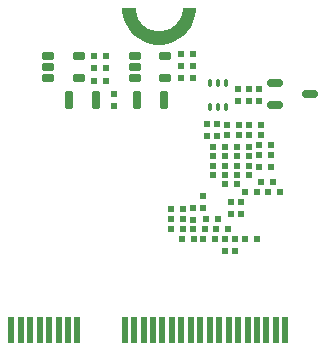
<source format=gbp>
G04*
G04 #@! TF.GenerationSoftware,Altium Limited,Altium Designer,20.0.1 (14)*
G04*
G04 Layer_Color=128*
%FSLAX25Y25*%
%MOIN*%
G70*
G01*
G75*
G04:AMPARAMS|DCode=16|XSize=43.31mil|YSize=23.62mil|CornerRadius=3.54mil|HoleSize=0mil|Usage=FLASHONLY|Rotation=0.000|XOffset=0mil|YOffset=0mil|HoleType=Round|Shape=RoundedRectangle|*
%AMROUNDEDRECTD16*
21,1,0.04331,0.01654,0,0,0.0*
21,1,0.03622,0.02362,0,0,0.0*
1,1,0.00709,0.01811,-0.00827*
1,1,0.00709,-0.01811,-0.00827*
1,1,0.00709,-0.01811,0.00827*
1,1,0.00709,0.01811,0.00827*
%
%ADD16ROUNDEDRECTD16*%
G04:AMPARAMS|DCode=19|XSize=20mil|YSize=20mil|CornerRadius=3mil|HoleSize=0mil|Usage=FLASHONLY|Rotation=0.000|XOffset=0mil|YOffset=0mil|HoleType=Round|Shape=RoundedRectangle|*
%AMROUNDEDRECTD19*
21,1,0.02000,0.01400,0,0,0.0*
21,1,0.01400,0.02000,0,0,0.0*
1,1,0.00600,0.00700,-0.00700*
1,1,0.00600,-0.00700,-0.00700*
1,1,0.00600,-0.00700,0.00700*
1,1,0.00600,0.00700,0.00700*
%
%ADD19ROUNDEDRECTD19*%
G04:AMPARAMS|DCode=20|XSize=20mil|YSize=20mil|CornerRadius=3mil|HoleSize=0mil|Usage=FLASHONLY|Rotation=270.000|XOffset=0mil|YOffset=0mil|HoleType=Round|Shape=RoundedRectangle|*
%AMROUNDEDRECTD20*
21,1,0.02000,0.01400,0,0,270.0*
21,1,0.01400,0.02000,0,0,270.0*
1,1,0.00600,-0.00700,-0.00700*
1,1,0.00600,-0.00700,0.00700*
1,1,0.00600,0.00700,0.00700*
1,1,0.00600,0.00700,-0.00700*
%
%ADD20ROUNDEDRECTD20*%
G04:AMPARAMS|DCode=23|XSize=27.56mil|YSize=59.06mil|CornerRadius=4.13mil|HoleSize=0mil|Usage=FLASHONLY|Rotation=0.000|XOffset=0mil|YOffset=0mil|HoleType=Round|Shape=RoundedRectangle|*
%AMROUNDEDRECTD23*
21,1,0.02756,0.05079,0,0,0.0*
21,1,0.01929,0.05906,0,0,0.0*
1,1,0.00827,0.00965,-0.02539*
1,1,0.00827,-0.00965,-0.02539*
1,1,0.00827,-0.00965,0.02539*
1,1,0.00827,0.00965,0.02539*
%
%ADD23ROUNDEDRECTD23*%
G04:AMPARAMS|DCode=24|XSize=27.56mil|YSize=59.06mil|CornerRadius=4.13mil|HoleSize=0mil|Usage=FLASHONLY|Rotation=0.000|XOffset=0mil|YOffset=0mil|HoleType=Round|Shape=RoundedRectangle|*
%AMROUNDEDRECTD24*
21,1,0.02756,0.05079,0,0,0.0*
21,1,0.01929,0.05906,0,0,0.0*
1,1,0.00827,0.00965,-0.02539*
1,1,0.00827,-0.00965,-0.02539*
1,1,0.00827,-0.00965,0.02539*
1,1,0.00827,0.00965,0.02539*
%
%ADD24ROUNDEDRECTD24*%
%ADD28R,0.02362X0.09055*%
G04:AMPARAMS|DCode=29|XSize=24mil|YSize=16mil|CornerRadius=4mil|HoleSize=0mil|Usage=FLASHONLY|Rotation=270.000|XOffset=0mil|YOffset=0mil|HoleType=Round|Shape=RoundedRectangle|*
%AMROUNDEDRECTD29*
21,1,0.02400,0.00800,0,0,270.0*
21,1,0.01600,0.01600,0,0,270.0*
1,1,0.00800,-0.00400,-0.00800*
1,1,0.00800,-0.00400,0.00800*
1,1,0.00800,0.00400,0.00800*
1,1,0.00800,0.00400,-0.00800*
%
%ADD29ROUNDEDRECTD29*%
G04:AMPARAMS|DCode=30|XSize=23.62mil|YSize=51.18mil|CornerRadius=5.91mil|HoleSize=0mil|Usage=FLASHONLY|Rotation=90.000|XOffset=0mil|YOffset=0mil|HoleType=Round|Shape=RoundedRectangle|*
%AMROUNDEDRECTD30*
21,1,0.02362,0.03937,0,0,90.0*
21,1,0.01181,0.05118,0,0,90.0*
1,1,0.01181,0.01968,0.00591*
1,1,0.01181,0.01968,-0.00591*
1,1,0.01181,-0.01968,-0.00591*
1,1,0.01181,-0.01968,0.00591*
%
%ADD30ROUNDEDRECTD30*%
G36*
X67249Y111948D02*
X66947Y110044D01*
X66351Y108210D01*
X65476Y106492D01*
X64343Y104932D01*
X62980Y103569D01*
X61420Y102436D01*
X59702Y101560D01*
X57868Y100965D01*
X55964Y100663D01*
X54036D01*
X52132Y100965D01*
X50298Y101560D01*
X48580Y102436D01*
X47020Y103569D01*
X45657Y104932D01*
X44524Y106492D01*
X43649Y108210D01*
X43053Y110044D01*
X42751Y111948D01*
Y112912D01*
X47126D01*
X47164Y112140D01*
X47465Y110626D01*
X48056Y109200D01*
X48913Y107917D01*
X50005Y106825D01*
X51288Y105967D01*
X52714Y105377D01*
X54228Y105076D01*
X55772D01*
X57286Y105377D01*
X58712Y105967D01*
X59995Y106825D01*
X61087Y107917D01*
X61944Y109200D01*
X62535Y110626D01*
X62836Y112140D01*
X62874Y112912D01*
X67249D01*
Y111948D01*
D02*
G37*
D16*
X46815Y89372D02*
D03*
Y93112D02*
D03*
Y96852D02*
D03*
X57051D02*
D03*
Y89372D02*
D03*
X18015D02*
D03*
Y93112D02*
D03*
Y96852D02*
D03*
X28251D02*
D03*
Y89372D02*
D03*
D19*
X72933Y66612D02*
D03*
X76933D02*
D03*
X69733Y35912D02*
D03*
X73733D02*
D03*
X91233Y51512D02*
D03*
X95233D02*
D03*
X92933Y54812D02*
D03*
X88933D02*
D03*
X81633Y70612D02*
D03*
X77633D02*
D03*
X76933Y63412D02*
D03*
X72933D02*
D03*
X84833Y73812D02*
D03*
X88833D02*
D03*
X81633D02*
D03*
X77633D02*
D03*
X87533Y35812D02*
D03*
X83533D02*
D03*
X84933Y63412D02*
D03*
X80933D02*
D03*
X66333Y89412D02*
D03*
X62333D02*
D03*
X33333Y88612D02*
D03*
X37333D02*
D03*
X88433Y67312D02*
D03*
X92433D02*
D03*
X80933Y60312D02*
D03*
X84933D02*
D03*
X80933Y57212D02*
D03*
X84933D02*
D03*
X80933Y66612D02*
D03*
X84933D02*
D03*
X84833Y70612D02*
D03*
X88833D02*
D03*
X78033Y39112D02*
D03*
X74033D02*
D03*
X66533Y35912D02*
D03*
X62533D02*
D03*
X72933Y60312D02*
D03*
X76933D02*
D03*
X72933Y57212D02*
D03*
X76933D02*
D03*
X80897Y54218D02*
D03*
X76897D02*
D03*
X74533Y42412D02*
D03*
X70533D02*
D03*
X62933D02*
D03*
X58933D02*
D03*
X62933Y45812D02*
D03*
X58933D02*
D03*
Y39112D02*
D03*
X62933D02*
D03*
X66433D02*
D03*
X70433D02*
D03*
X83733Y51512D02*
D03*
X87733D02*
D03*
D20*
X84833Y86012D02*
D03*
Y82012D02*
D03*
X81433D02*
D03*
Y86012D02*
D03*
X66333Y97512D02*
D03*
Y93512D02*
D03*
X82333Y44112D02*
D03*
Y48112D02*
D03*
X62333Y97512D02*
D03*
Y93512D02*
D03*
X37233Y96812D02*
D03*
Y92812D02*
D03*
X33433Y96812D02*
D03*
Y92812D02*
D03*
X88433Y59862D02*
D03*
Y63862D02*
D03*
X70833Y74112D02*
D03*
Y70112D02*
D03*
X88233Y82012D02*
D03*
Y86012D02*
D03*
X39833Y80312D02*
D03*
Y84312D02*
D03*
X92433Y63812D02*
D03*
Y59812D02*
D03*
X74133Y74112D02*
D03*
Y70112D02*
D03*
X76833Y31812D02*
D03*
Y35812D02*
D03*
X80433Y31812D02*
D03*
Y35812D02*
D03*
X69444Y50317D02*
D03*
Y46317D02*
D03*
X66426Y42307D02*
D03*
Y46306D02*
D03*
X78897Y48082D02*
D03*
Y44082D02*
D03*
D23*
X47605Y82312D02*
D03*
X25005D02*
D03*
D24*
X56661D02*
D03*
X34061D02*
D03*
D28*
X97047Y5512D02*
D03*
X93898D02*
D03*
X90748D02*
D03*
X87598D02*
D03*
X84449D02*
D03*
X81299D02*
D03*
X78149D02*
D03*
X75000D02*
D03*
X71850D02*
D03*
X68701D02*
D03*
X65551D02*
D03*
X62401D02*
D03*
X59252D02*
D03*
X56102D02*
D03*
X52953D02*
D03*
X49803D02*
D03*
X46654D02*
D03*
X43504D02*
D03*
D03*
X27756D02*
D03*
D03*
X24606D02*
D03*
X21457D02*
D03*
X18307D02*
D03*
X15157D02*
D03*
X12008D02*
D03*
X8858D02*
D03*
X5709D02*
D03*
D29*
X72074Y79875D02*
D03*
X74633D02*
D03*
X77192D02*
D03*
Y87749D02*
D03*
X74633D02*
D03*
X72074D02*
D03*
D30*
X93522Y80472D02*
D03*
Y87952D02*
D03*
X105333Y84212D02*
D03*
M02*

</source>
